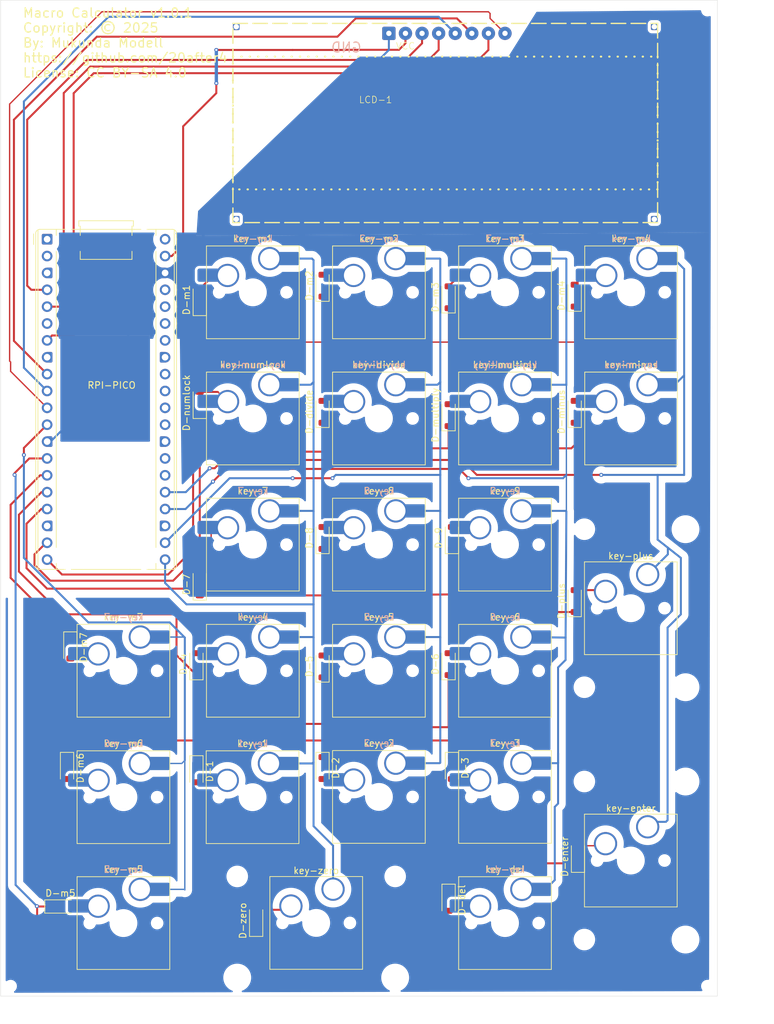
<source format=kicad_pcb>
(kicad_pcb (version 20241229) (generator "pcbnew") (generator_version "9.0")
  (layers (0 "F.Cu" signal) (2 "B.Cu" signal) (13 "F.Paste" user) (15 "B.Paste" user) (5 "F.SilkS" user "F.Silkscreen") (7 "B.SilkS" user "B.Silkscreen") (1 "F.Mask" user) (3 "B.Mask" user) (25 "Edge.Cuts" user))
  (net 0 "")
  (net 1 "gnd")
  (net 2 "vcc")
  (net 3 "col-1")
  (net 4 "row-1")
  (net 5 "row-2")
  (net 6 "row-3")
  (net 7 "row-4")
  (net 8 "row-5")
  (net 9 "row-6")
  (net 10 "col-2")
  (net 11 "col-3")
  (net 12 "col-4")
  (net 13 "col-0")
  (net 14 "Net-(D-1-A)")
  (net 15 "Net-(D-2-A)")
  (net 16 "Net-(D-3-A)")
  (net 17 "Net-(D-4-A)")
  (net 18 "Net-(D-5-A)")
  (net 19 "key-numlock")
  (net 20 "key-divide")
  (net 21 "key-multiply")
  (net 22 "key-minus")
  (net 23 "key-plus")
  (net 24 "key-enter")
  (net 25 "Net-(D-6-A)")
  (net 26 "Net-(D-7-A)")
  (net 27 "Net-(D-8-A)")
  (net 28 "Net-(D-9-A)")
  (net 29 "Net-(D-m1-A)")
  (net 30 "key-zero")
  (net 31 "key-del")
  (net 32 "Net-(D-m2-A)")
  (net 33 "Net-(D-m3-A)")
  (net 34 "SPI-CLK")
  (net 35 "SPI-DATA")
  (net 36 "LCD-CS")
  (net 37 "Net-(D-m4-A)")
  (net 38 "Net-(D-m5-A)")
  (net 39 "Net-(D-m6-A)")
  (net 40 "Net-(D-m7-A)")
  (net 41 "LCD-DC")
  (net 42 "LCD-RESET")
  (net 43 "LCD-BACKLIGHT")
  (footprint "my footprints:SW_Cherry_MX_1.00u_PCB_HOTSWAP" (layer "F.Cu") (at 62.04 72.92)
    (property "Reference" "key-numlock" (hide yes))
    (property "Value" "SW_Cherry_MX_1.00u_PCB_HOTSWAP" (hide yes))
  )
  (footprint "my footprints:SW_Cherry_MX_1.00u_PCB_HOTSWAP" (layer "F.Cu") (at 62.04 91.92)
    (property "Reference" "key-7" (hide yes))
    (property "Value" "SW_Cherry_MX_1.00u_PCB_HOTSWAP" (hide yes))
  )
  (footprint "" (layer "F.Cu") (at 23 16.5)
    (property "Reference" "")
    (property "Value" "")
  )
  (footprint "my footprints:SW_Cherry_MX_1.00u_PCB_HOTSWAP" (layer "F.Cu") (at 62 129.96)
    (property "Reference" "key-1" (hide yes))
    (property "Value" "SW_Cherry_MX_1.00u_PCB_HOTSWAP" (hide yes))
  )
  (footprint "Diode_SMD:D_SOD-123" (layer "F.Cu") (at 51.5 60.15 90)
    (property "Reference" "D-m1")
    (property "Value" "D_SOD-123")
  )
  (footprint "my footprints:SW_Cherry_MX_1.00u_PCB_HOTSWAP" (layer "F.Cu") (at 100.04 129.92)
    (property "Reference" "key-3" (hide yes))
    (property "Value" "SW_Cherry_MX_1.00u_PCB_HOTSWAP" (hide yes))
  )
  (footprint "Diode_SMD:D_SOD-123" (layer "F.Cu") (at 70 58 90)
    (property "Reference" "D-m2")
    (property "Value" "D_SOD-123")
  )
  (footprint "" (layer "F.Cu") (at 23 163.5)
    (property "Reference" "")
    (property "Value" "")
  )
  (footprint "Diode_SMD:D_SOD-123" (layer "F.Cu") (at 32 112.5 -90)
    (property "Reference" "D-m7")
    (property "Value" "D_SOD-123")
  )
  (footprint "Diode_SMD:D_SOD-123" (layer "F.Cu") (at 108.5 144 90)
    (property "Reference" "D-enter")
    (property "Value" "D_SOD-123")
  )
  (footprint "my footprints:SW_Cherry_MX_1.00u_PCB_HOTSWAP" (layer "F.Cu") (at 42.54 110.92)
    (property "Reference" "key-m7" (hide yes))
    (property "Value" "SW_Cherry_MX_1.00u_PCB_HOTSWAP" (hide yes))
  )
  (footprint "" (layer "F.Cu") (at 128 16.5)
    (property "Reference" "")
    (property "Value" "")
  )
  (footprint "Diode_SMD:D_SOD-123" (layer "F.Cu") (at 31.5 130.65 -90)
    (property "Reference" "D-m6")
    (property "Value" "D_SOD-123")
  )
  (footprint "Diode_SMD:D_SOD-123" (layer "F.Cu") (at 70 77 90)
    (property "Reference" "D-divide")
    (property "Value" "D_SOD-123")
  )
  (footprint "my footprints:SW_Cherry_MX_1.00u_PCB_HOTSWAP" (layer "F.Cu") (at 81.04 110.92)
    (property "Reference" "key-5" (hide yes))
    (property "Value" "SW_Cherry_MX_1.00u_PCB_HOTSWAP" (hide yes))
  )
  (footprint "Diode_SMD:D_SOD-123" (layer "F.Cu") (at 30.5 151.5)
    (property "Reference" "D-m5")
    (property "Value" "D_SOD-123")
  )
  (footprint "Diode_SMD:D_SOD-123" (layer "F.Cu") (at 108 59.5 90)
    (property "Reference" "D-m4")
    (property "Value" "D_SOD-123")
  )
  (footprint "Diode_SMD:D_SOD-123" (layer "F.Cu") (at 51.5 103 90)
    (property "Reference" "D-7")
    (property "Value" "D_SOD-123")
  )
  (footprint "" (layer "F.Cu") (at 128 163.5)
    (property "Reference" "")
    (property "Value" "")
  )
  (footprint "my footprints:SW_Cherry_MX_1.00u_PCB_HOTSWAP" (layer "F.Cu") (at 81.04 91.92)
    (property "Reference" "key-8" (hide yes))
    (property "Value" "SW_Cherry_MX_1.00u_PCB_HOTSWAP" (hide yes))
  )
  (footprint "Diode_SMD:D_SOD-123" (layer "F.Cu") (at 89 59.75 90)
    (property "Reference" "D-m3")
    (property "Value" "D_SOD-123")
  )
  (footprint "Diode_SMD:D_SOD-123" (layer "F.Cu") (at 89 77.5 90)
    (property "Reference" "D-multiply")
    (property "Value" "D_SOD-123")
  )
  (footprint "my footprints:SW_Cherry_MX_1.00u_PCB_HOTSWAP" (layer "F.Cu") (at 119.04 72.92)
    (property "Reference" "key-minus" (hide yes))
    (property "Value" "SW_Cherry_MX_1.00u_PCB_HOTSWAP" (hide yes))
  )
  (footprint "Diode_SMD:D_SOD-123" (layer "F.Cu") (at 89.5 130.65 -90)
    (property "Reference" "D-3")
    (property "Value" "D_SOD-123")
  )
  (footprint "Diode_SMD:D_SOD-123" (layer "F.Cu") (at 89 115 90)
    (property "Reference" "D-6")
    (property "Value" "D_SOD-123")
  )
  (footprint "my footprints:SW_Cherry_MX_1.00u_PCB_HOTSWAP" (layer "F.Cu") (at 81.04 53.92)
    (property "Reference" "key-m2" (hide yes))
    (property "Value" "SW_Cherry_MX_1.00u_PCB_HOTSWAP" (hide yes))
  )
  (footprint "my footprints:SW_Cherry_MX_1.00u_PCB_HOTSWAP" (layer "F.Cu") (at 119.04 53.92)
    (property "Reference" "key-m4" (hide yes))
    (property "Value" "SW_Cherry_MX_1.00u_PCB_HOTSWAP" (hide yes))
  )
  (footprint "Button_Switch_Keyboard:SW_Cherry_MX_2.00u_Vertical_PCB" (layer "F.Cu") (at 119 139.5)
    (property "Reference" "key-enter")
    (property "Value" "SW_Cherry_MX_2.00u_Vertical_PCB" (hide yes))
  )
  (footprint "Diode_SMD:D_SOD-123" (layer "F.Cu") (at 108 105.5 90)
    (property "Reference" "D-plus")
    (property "Value" "D_SOD-123")
  )
  (footprint "Diode_SMD:D_SOD-123" (layer "F.Cu") (at 70 96 90)
    (property "Reference" "D-8")
    (property "Value" "D_SOD-123")
  )
  (footprint "Diode_SMD:D_SOD-123" (layer "F.Cu") (at 51 131.15 -90)
    (property "Reference" "D-1")
    (property "Value" "D_SOD-123")
  )
  (footprint "Button_Switch_Keyboard:SW_Cherry_MX_2.00u_Vertical_PCB" (layer "F.Cu") (at 119 101.5)
    (property "Reference" "key-plus")
    (property "Value" "SW_Cherry_MX_2.00u_Vertical_PCB" (hide yes))
  )
  (footprint "Diode_SMD:D_SOD-123" (layer "F.Cu") (at 89.5 96 90)
    (property "Reference" "D-9")
    (property "Value" "D_SOD-123")
  )
  (footprint "my footprints:SW_Cherry_MX_1.00u_PCB_HOTSWAP" (layer "F.Cu") (at 100.04 110.92)
    (property "Reference" "key-6" (hide yes))
    (property "Value" "SW_Cherry_MX_1.00u_PCB_HOTSWAP" (hide yes))
  )
  (footprint "my footprints:SW_Cherry_MX_1.00u_PCB_HOTSWAP" (layer "F.Cu") (at 100.04 72.92)
    (property "Reference" "key-multiply" (hide yes))
    (property "Value" "SW_Cherry_MX_1.00u_PCB_HOTSWAP" (hide yes))
  )
  (footprint "Module:RaspberryPi_Pico_Common_THT" (layer "F.Cu") (at 28.5 51)
    (property "Reference" "RPI-PICO")
    (property "Value" "RaspberryPi_Pico_Common_THT")
  )
  (footprint "my footprints:SW_Cherry_MX_1.00u_PCB_HOTSWAP" (layer "F.Cu") (at 62.04 110.92)
    (property "Reference" "key-4" (hide yes))
    (property "Value" "SW_Cherry_MX_1.00u_PCB_HOTSWAP" (hide yes))
  )
  (footprint "Button_Switch_Keyboard:SW_Cherry_MX_2.00u_PCB" (layer "F.Cu") (at 71.59 148.895)
    (property "Reference" "key-zero")
    (property "Value" "SW_Cherry_MX_2.00u_PCB" (hide yes))
  )
  (footprint "my footprints:SW_Cherry_MX_1.00u_PCB_HOTSWAP" (layer "F.Cu") (at 100.04 91.92)
    (property "Reference" "key-9" (hide yes))
    (property "Value" "SW_Cherry_MX_1.00u_PCB_HOTSWAP" (hide yes))
  )
  (footprint "Diode_SMD:D_SOD-123" (layer "F.Cu") (at 89 150.5 -90)
    (property "Reference" "D-del")
    (property "Value" "D_SOD-123")
  )
  (footprint "my footprints:SW_Cherry_MX_1.00u_PCB_HOTSWAP" (layer "F.Cu") (at 62.04 53.92)
    (property "Reference" "key-m1" (hide yes))
    (property "Value" "SW_Cherry_MX_1.00u_PCB_HOTSWAP" (hide yes))
  )
  (footprint "Diode_SMD:D_SOD-123" (layer "F.Cu") (at 51.5 75.65 90)
    (property "Reference" "D-numlock")
    (property "Value" "D_SOD-123")
  )
  (footprint "Diode_SMD:D_SOD-123" (layer "F.Cu") (at 70 130.65 -90)
    (property "Reference" "D-2")
    (property "Value" "D_SOD-123")
  )
  (footprint "my footprints:SW_Cherry_MX_1.00u_PCB_HOTSWAP" (layer "F.Cu") (at 100.04 53.92)
    (property "Reference" "key-m3" (hide yes))
    (property "Value" "SW_Cherry_MX_1.00u_PCB_HOTSWAP" (hide yes))
  )
  (footprint "Diode_SMD:D_SOD-123" (layer "F.Cu") (at 51 115 90)
    (property "Reference" "D-4")
    (property "Value" "D_SOD-123")
  )
  (footprint "my footprints:SW_Cherry_MX_1.00u_PCB_HOTSWAP" (layer "F.Cu") (at 81.04 72.92)
    (property "Reference" "key-divide" (hide yes))
    (property "Value" "SW_Cherry_MX_1.00u_PCB_HOTSWAP" (hide yes))
  )
  (footprint "my footprints:2.25in LCD DISPLAY 284x76" (layer "F.Cu") (at 56.5 18.5)
    (property "Reference" "LCD-1")
    (property "Value" "2.25in LCD")
  )
  (footprint "my footprints:SW_Cherry_MX_1.00u_PCB_HOTSWAP" (layer "F.Cu") (at 100.04 148.92)
    (property "Reference" "key-del" (hide yes))
    (property "Value" "SW_Cherry_MX_1.00u_PCB_HOTSWAP" (hide yes))
  )
  (footprint "Diode_SMD:D_SOD-123" (layer "F.Cu") (at 70 115.35 90)
    (property "Reference" "D-5")
    (property "Value" "D_SOD-123")
  )
  (footprint "my footprints:SW_Cherry_MX_1.00u_PCB_HOTSWAP" (layer "F.Cu") (at 81.04 129.92)
    (property "Reference" "key-2" (hide yes))
    (property "Value" "SW_Cherry_MX_1.00u_PCB_HOTSWAP" (hide yes))
  )
  (footprint "my footprints:SW_Cherry_MX_1.00u_PCB_HOTSWAP" (layer "F.Cu") (at 42.54 148.92)
    (property "Reference" "key-m5" (hide yes))
    (property "Value" "SW_Cherry_MX_1.00u_PCB_HOTSWAP" (hide yes))
  )
  (footprint "my footprints:SW_Cherry_MX_1.00u_PCB_HOTSWAP" (layer "F.Cu") (at 42.54 129.96)
    (property "Reference" "key-m6" (hide yes))
    (property "Value" "SW_Cherry_MX_1.00u_PCB_HOTSWAP" (hide yes))
  )
  (footprint "Diode_SMD:D_SOD-123" (layer "F.Cu") (at 108 77 90)
    (property "Reference" "D-minus")
    (property "Value" "D_SOD-123")
  )
  (footprint "Diode_SMD:D_SOD-123" (layer "F.Cu") (at 60 153.65 90)
    (property "Reference" "D-zero")
    (property "Value" "D_SOD-123")
  )
  (gr_rect (start 21.5 15) (end 129.5 165) (stroke (width 0.05)) (fill no) (layer "Edge.Cuts"))
  (gr_text "Macro Calculator v1.0.1\nCopyright: © 2025\nBy: Mukunda Modell\nhttps://github.com/20after4\nLicense: CC BY-SA 4.0\n" (at 24.75 26.75 0) (layer "F.SilkS") (effects (font (size 1.4 1.4) (thickness 0.1875)) (justify left bottom)))
  (segment (start 46.28 56.08) (end 46.42 56.08) (width 0.3) (layer "B.Cu") (net 1))
  (segment (start 46.42 56.08) (end 80 22.5) (width 0.3) (layer "B.Cu") (net 1))
  (segment (start 40.75 69.75) (end 40.75 61.25) (width 0.3) (layer "B.Cu") (net 1))
  (segment (start 45.92 56.08) (end 46.28 56.08) (width 0.3) (layer "B.Cu") (net 1))
  (segment (start 80 22.5) (end 80 20) (width 0.3) (layer "B.Cu") (net 1))
  (segment (start 29.02 81.48) (end 40.75 69.75) (width 0.3) (layer "B.Cu") (net 1))
  (segment (start 28.5 81.48) (end 29.02 81.48) (width 0.3) (layer "B.Cu") (net 1))
  (segment (start 40.75 61.25) (end 45.92 56.08) (width 0.3) (layer "B.Cu") (net 1))
  (segment (start 81.525278 22.474722) (end 82.5 21.5) (width 0.3) (layer "F.Cu") (net 2))
  (segment (start 73.525278 22.474722) (end 81.525278 22.474722) (width 0.3) (layer "F.Cu") (net 2))
  (segment (start 47.28 53.54) (end 46.28 53.54) (width 0.3) (layer "F.Cu") (net 2))
  (segment (start 54 22.5) (end 65.5 22.5) (width 0.3) (layer "F.Cu") (net 2))
  (segment (start 49 34) (end 49 51.82) (width 0.3) (layer "F.Cu") (net 2))
  (segment (start 54 29) (end 49 34) (width 0.3) (layer "F.Cu") (net 2))
  (segment (start 82.5 21.5) (end 82.5 20) (width 0.3) (layer "F.Cu") (net 2))
  (segment (start 49 51.82) (end 47.28 53.54) (width 0.3) (layer "F.Cu") (net 2))
  (segment (start 54 27.5) (end 54 29) (width 0.3) (layer "F.Cu") (net 2))
  (segment (start 65.5 22.5) (end 73.5 22.5) (width 0.3) (layer "F.Cu") (net 2))
  (via (at 54 22.5) (size 0.6) (drill 0.3) (layers "F.Cu" "B.Cu") (net 2))
  (via (at 54 27.5) (size 0.6) (drill 0.3) (layers "F.Cu" "B.Cu") (net 2))
  (segment (start 54 22.5) (end 54 27.5) (width 0.5) (layer "B.Cu") (net 2))
  (segment (start 46.28 102.78) (end 49.5 106) (width 0.3) (layer "B.Cu") (net 3))
  (segment (start 68.23 72.92) (end 68.65 72.5) (width 0.3) (layer "B.Cu") (net 3))
  (segment (start 62.04 110.92) (end 68.57 110.92) (width 0.3) (layer "B.Cu") (net 3))
  (segment (start 68.65 72.5) (end 68.65 54.16) (width 0.3) (layer "B.Cu") (net 3))
  (segment (start 68.65 111) (end 68.65 106) (width 0.3) (layer "B.Cu") (net 3))
  (segment (start 71.59 148.895) (end 71.59 142.34) (width 0.3) (layer "B.Cu") (net 3))
  (segment (start 71.59 142.34) (end 68.65 139.4) (width 0.3) (layer "B.Cu") (net 3))
  (segment (start 62 129.96) (end 68.45 129.96) (width 0.3) (layer "B.Cu") (net 3))
  (segment (start 46.28 99.26) (end 46.28 102.78) (width 0.3) (layer "B.Cu") (net 3))
  (segment (start 68.65 54.16) (end 68.41 53.92) (width 0.3) (layer "B.Cu") (net 3))
  (segment (start 68.65 129.76) (end 68.65 111) (width 0.3) (layer "B.Cu") (net 3))
  (segment (start 68.65 139.4) (end 68.65 129.76) (width 0.3) (layer "B.Cu") (net 3))
  (segment (start 68.57 110.92) (end 68.65 111) (width 0.3) (layer "B.Cu") (net 3))
  (segment (start 62.04 91.92) (end 68.57 91.92) (width 0.3) (layer "B.Cu") (net 3))
  (segment (start 62.04 72.92) (end 68.23 72.92) (width 0.3) (layer "B.Cu") (net 3))
  (segment (start 49.5 106) (end 68.65 106) (width 0.3) (layer "B.Cu") (net 3))
  (segment (start 68.65 106) (end 68.65 92) (width 0.3) (layer "B.Cu") (net 3))
  (segment (start 68.41 53.92) (end 62.04 53.92) (width 0.3) (layer "B.Cu") (net 3))
  (segment (start 68.57 91.92) (end 68.65 92) (width 0.3) (layer "B.Cu") (net 3))
  (segment (start 68.65 92) (end 68.65 72.5) (width 0.3) (layer "B.Cu") (net 3))
  (segment (start 68.45 129.96) (end 68.65 129.76) (width 0.3) (layer "B.Cu") (net 3))
  (segment (start 89.5 145) (end 89 145.5) (width 0.3) (layer "F.Cu") (net 4))
  (segment (start 89 145.5) (end 89 148.85) (width 0.3) (layer "F.Cu") (net 4))
  (segment (start 52.5 161.5) (end 27 161.5) (width 0.3) (layer "F.Cu") (net 4))
  (segment (start 23.6 86.236593) (end 25.816593 84.02) (width 0.3) (layer "F.Cu") (net 4))
  (segment (start 60 159) (end 54 159) (width 0.3) (layer "F.Cu") (net 4))
  (segment (start 60 159) (end 60 155.3) (width 0.3) (layer "F.Cu") (net 4))
  (segment (start 25.816593 84.02) (end 28.5 84.02) (width 0.3) (layer "F.Cu") (net 4))
  (segment (start 27 161.5) (end 27 151.5) (width 0.3) (layer "F.Cu") (net 4))
  (segment (start 108.5 145.65) (end 107.85 145) (width 0.3) (layer "F.Cu") (net 4))
  (segment (start 28.85 151.5) (end 27 151.5) (width 0.3) (layer "F.Cu") (net 4))
  (segment (start 27 151.5) (end 26.96 151.46) (width 0.2) (layer "F.Cu") (net 4))
  (segment (start 23.6 86.5) (end 23.6 86.236593) (width 0.3) (layer "F.Cu") (net 4))
  (segment (start 54 159) (end 52.5 161.5) (width 0.3) (layer "F.Cu") (net 4))
  (segment (start 85.65 148.85) (end 78.5 152.978827) (width 0.3) (layer "F.Cu") (net 4))
  (segment (start 23.6 86.5) (end 23.6 86.4) (width 0.2) (layer "F.Cu") (net 4))
  (segment (start 89 148.85) (end 85.65 148.85) (width 0.3) (layer "F.Cu") (net 4))
  (segment (start 76 162.5) (end 61.5 162.5) (width 0.3) (layer "F.Cu") (net 4))
  (segment (start 60 161) (end 60 159) (width 0.3) (layer "F.Cu") (net 4))
  (segment (start 107.85 145) (end 89.5 145) (width 0.3) (layer "F.Cu") (net 4))
  (segment (start 61.5 162.5) (end 60 161) (width 0.3) (layer "F.Cu") (net 4))
  (segment (start 78.5 160) (end 76 162.5) (width 0.3) (layer "F.Cu") (net 4))
  (segment (start 78.5 152.978827) (end 78.5 160) (width 0.3) (layer "F.Cu") (net 4))
  (via (at 26.96 151.46) (size 0.6) (drill 0.3) (layers "F.Cu" "B.Cu") (net 4))
  (via (at 23.6 86.5) (size 0.6) (drill 0.3) (layers "F.Cu" "B.Cu") (net 4))
  (segment (start 23.75 148.25) (end 26.96 151.46) (width 0.3) (layer "B.Cu") (net 4))
  (segment (start 23.6 86.5) (end 23.75 86.65) (width 0.3) (layer "B.Cu") (net 4))
  (segment (start 23.75 86.65) (end 23.75 148.25) (width 0.3) (layer "B.Cu") (net 4))
  (segment (start 28.5 86.56) (end 27.44 86.56) (width 0.3) (layer "F.Cu") (net 5))
  (segment (start 51 126.5) (end 31.5 126.5) (width 0.3) (layer "F.Cu") (net 5))
  (segment (start 70 129) (end 70 126.5) (width 0.3) (layer "F.Cu") (net 5))
  (segment (start 23 102) (end 26.75 105.75) (width 0.3) (layer "F.Cu") (net 5))
  (segment (start 89.5 126.5) (end 70 126.5) (width 0.3) (layer "F.Cu") (net 5))
  (segment (start 26.75 105.75) (end 26.75 121.75) (width 0.3) (layer "F.Cu") (net 5))
  (segment (start 89.5 129) (end 89.5 126.5) (width 0.3) (layer "F.Cu") (net 5))
  (segment (start 51 129.5) (end 51 126.5) (width 0.3) (layer "F.Cu") (net 5))
  (segment (start 27.44 86.56) (end 23 91) (width 0.3) (layer "F.Cu") (net 5))
  (segment (start 70 126.5) (end 51 126.5) (width 0.3) (layer "F.Cu") (net 5))
  (segment (start 26.75 121.75) (end 31.5 126.5) (width 0.3) (layer "F.Cu") (net 5))
  (segment (start 31.5 126.5) (end 31.5 129) (width 0.3) (layer "F.Cu") (net 5))
  (segment (start 23 91) (end 23 102) (width 0.3) (layer "F.Cu") (net 5))
  (segment (start 27.65 89.1) (end 24.25 92.5) (width 0.3) (layer "F.Cu") (net 6))
  (segment (start 51 123) (end 51 116.65) (width 0.3) (layer "F.Cu") (net 6))
  (segment (start 70 124) (end 52 124) (width 0.3) (layer "F.Cu") (net 6))
  (segment (start 48 113.65) (end 48 107.5) (width 0.3) (layer "F.Cu") (net 6))
  (segment (start 24.25 101.052998) (end 30.598501 107.401499) (width 0.3) (layer "F.Cu") (net 6))
  (segment (start 48 107.5) (end 30.697002 107.5) (width 0.3) (layer "F.Cu") (net 6))
  (segment (start 89 116.65) (end 89 124.5) (width 0.3) (layer "F.Cu") (net 6))
  (segment (start 30.598501 107.401499) (end 32 108.802998) (width 0.3) (layer "F.Cu") (net 6))
  (segment (start 32 108.802998) (end 32 110.85) (width 0.3) (layer "F.Cu") (net 6))
  (segment (start 89 124.5) (end 70.5 124.5) (width 0.3) (layer "F.Cu") (net 6))
  (segment (start 24.25 92.5) (end 24.25 101.052998) (width 0.3) (layer "F.Cu") (net 6))
  (segment (start 28.35158 89.1) (end 27.65 89.1) (width 0.3) (layer "F.Cu") (net 6))
  (segment (start 51 116.65) (end 48 113.65) (width 0.3) (layer "F.Cu") (net 6))
  (segment (start 52 124) (end 51 123) (width 0.3) (layer "F.Cu") (net 6))
  (segment (start 30.697002 107.5) (end 30.598501 107.401499) (width 0.3) (layer "F.Cu") (net 6))
  (segment (start 70 117) (end 70 124) (width 0.3) (layer "F.Cu") (net 6))
  (segment (start 70.5 124.5) (end 70 124) (width 0.3) (layer "F.Cu") (net 6))
  (segment (start 27.61 91.64) (end 25.398001 93.851999) (width 0.3) (layer "F.Cu") (net 7))
  (segment (start 25.398001 100.544891) (end 28.486109 103.632999) (width 0.3) (layer "F.Cu") (net 7))
  (segment (start 92.65 107.15) (end 89.5 104.5) (width 0.3) (layer "F.Cu") (net 7))
  (segment (start 89.5 104.5) (end 89.5 97.65) (width 0.3) (layer "F.Cu") (net 7))
  (segment (start 49.542185 103.632999) (end 50.559186 104.65) (width 0.3) (layer "F.Cu") (net 7))
  (segment (start 28.486109 103.632999) (end 49.542185 103.632999) (width 0.3) (layer "F.Cu") (net 7))
  (segment (start 25.398001 93.851999) (end 25.398001 100.544891) (width 0.3) (layer "F.Cu") (net 7))
  (segment (start 70 97.65) (end 70 104.65) (width 0.3) (layer "F.Cu") (net 7))
  (segment (start 108 107.15) (end 92.65 107.15) (width 0.3) (layer "F.Cu") (net 7))
  (segment (start 50.559186 104.65) (end 70 104.65) (width 0.3) (layer "F.Cu") (net 7))
  (segment (start 28.344508 91.64) (end 27.61 91.64) (width 0.3) (layer "F.Cu") (net 7))
  (segment (start 89.5 104.5) (end 70 104.65) (width 0.3) (layer "F.Cu") (net 7))
  (segment (start 47.494891 102.431999) (end 51.5 98.42689) (width 0.3) (layer "F.Cu") (net 8))
  (segment (start 70 83) (end 51.5 83) (width 0.3) (layer "F.Cu") (net 8))
  (segment (start 108 82) (end 107.5 82.5) (width 0.3) (layer "F.Cu") (net 8))
  (segment (start 70.5 82.5) (end 70 83) (width 0.3) (layer "F.Cu") (net 8))
  (segment (start 28.35158 96.72) (end 26.599 98.47258) (width 0.3) (layer "F.Cu") (net 8))
  (segment (start 108 78.65) (end 108 82) (width 0.3) (layer "F.Cu") (net 8))
  (segment (start 28.983579 102.431999) (end 47.494891 102.431999) (width 0.3) (layer "F.Cu") (net 8))
  (segment (start 51.5 98.42689) (end 51.5 83) (width 0.3) (layer "F.Cu") (net 8))
  (segment (start 89 79.15) (end 89 82.5) (width 0.3) (layer "F.Cu") (net 8))
  (segment (start 70 78.65) (end 70 83) (width 0.3) (layer "F.Cu") (net 8))
  (segment (start 89 82.5) (end 70.5 82.5) (width 0.3) (layer "F.Cu") (net 8))
  (segment (start 51.5 83) (end 51.5 77.3) (width 0.3) (layer "F.Cu") (net 8))
  (segment (start 107.5 82.5) (end 89 82.5) (width 0.3) (layer "F.Cu") (net 8))
  (segment (start 26.599 100.04742) (end 28.983579 102.431999) (width 0.3) (layer "F.Cu") (net 8))
  (segment (start 26.599 98.47258) (end 26.599 100.04742) (width 0.3) (layer "F.Cu") (net 8))
  (segment (start 89 66.5) (end 70 66.5) (width 0.2) (layer "F.Cu") (net 9))
  (segment (start 30.74 101.5) (end 46.72842 101.5) (width 0.3) (layer "F.Cu") (net 9))
  (segment (start 28.5 99.26) (end 30.74 101.5) (width 0.3) (layer "F.Cu") (net 9))
  (segment (start 50.5 97.72842) (end 50.5 78.709636) (width 0.3) (layer "F.Cu") (net 9))
  (segment (start 89 61.4) (end 89 66.5) (width 0.2) (layer "F.Cu") (net 9))
  (segment (start 108 61.15) (end 108 66.5) (width 0.2) (layer "F.Cu") (net 9))
  (segment (start 108 66.5) (end 89 66.5) (width 0.2) (layer "F.Cu") (net 9))
  (segment (start 70 59.65) (end 70 66.5) (width 0.2) (layer "F.Cu") (net 9))
  (segment (start 46.72842 101.5) (end 50.5 97.72842) (width 0.3) (layer "F.Cu") (net 9))
  (segment (start 50.5 78.709636) (end 50 78.209636) (width 0.3) (layer "F.Cu") (net 9))
  (segment (start 70 66.5) (end 51.5 66.5) (width 0.2) (layer "F.Cu") (net 9))
  (segment (start 50 78.209636) (end 50 68) (width 0.3) (layer "F.Cu") (net 9))
  (segment (start 51.5 66.5) (end 51.5 61.8) (width 0.2) (layer "F.Cu") (net 9))
  (segment (start 50 68) (end 51.5 66.5) (width 0.3) (layer "F.Cu") (net 9))
  (segment (start 65.5 87) (end 71.5 87) (width 0.3) (layer "F.Cu") (net 10))
  (via (at 65.5 87) (size 0.6) (drill 0.3) (layers "F.Cu" "B.Cu") (net 10))
  (via (at 71.5 87) (size 0.6) (drill 0.3) (layers "F.Cu" "B.Cu") (net 10))
  (segment (start 81.04 110.92) (end 87.67 110.92) (width 0.3) (layer "B.Cu") (net 10))
  (segment (start 71.5 87) (end 72 86.5) (width 0.3) (layer "B.Cu") (net 10))
  (segment (start 87.75 86.5) (end 87.75 92) (width 0.3) (layer "B.Cu") (net 10))
  (segment (start 81.04 129.92) (end 87.67 129.92) (width 0.3) (layer "B.Cu") (net 10))
  (segment (start 56 87) (end 65.5 87) (width 0.3) (layer "B.Cu") (net 10))
  (segment (start 72 86.5) (end 87.75 86.5) (width 0.3) (layer "B.Cu") (net 10))
  (segment (start 87.75 111) (end 87.75 129.84) (width 0.3) (layer "B.Cu") (net 10))
  (segment (start 87.67 110.92) (end 87.75 111) (width 0.2) (layer "B.Cu") (net 10))
  (segment (start 87.75 92) (end 87.75 111) (width 0.3) (layer "B.Cu") (net 10))
  (segment (start 87.67 91.92) (end 87.75 92) (width 0.2) (layer "B.Cu") (net 10))
  (segment (start 87.75 129.84) (end 87.67 129.92) (width 0.2) (layer "B.Cu") (net 10))
  (segment (start 87.67 53.92) (end 87.75 54) (width 0.3) (layer "B.Cu") (net 10))
  (segment (start 46.28 96.72) (end 56 87) (width 0.3) (layer "B.Cu") (net 10))
  (segment (start 81.04 53.92) (end 87.67 53.92) (width 0.3) (layer "B.Cu") (net 10))
  (segment (start 81.04 72.92) (end 87.33 72.92) (width 0.3) (layer "B.Cu") (net 10))
  (segment (start 81.04 91.92) (end 87.67 91.92) (width 0.3) (layer "B.Cu") (net 10))
  (segment (start 87.75 54) (end 87.75 72.5) (width 0.3) (layer "B.Cu") (net 10))
  (segment (start 87.33 72.92) (end 87.75 72.5) (width 0.3) (layer "B.Cu") (net 10))
  (segment (start 87.75 72.5) (end 87.75 86.5) (width 0.3) (layer "B.Cu") (net 10))
  (segment (start 55.401 85.599) (end 90.599 85.599) (width 0.3) (layer "F.Cu") (net 11))
  (segment (start 90.599 85.599) (end 92 87) (width 0.3) (layer "F.Cu") (net 11))
  (segment (start 53.5 87.5) (end 55.401 85.599) (width 0.3) (layer "F.Cu") (net 11))
  (via (at 53.5 87.5) (size 0.6) (drill 0.3) (layers "F.Cu" "B.Cu") (net 11))
  (via (at 92 87) (size 0.6) (drill 0.3) (layers "F.Cu" "B.Cu") (net 11))
  (segment (start 106.67 72.92) (end 106.75 73) (width 0.2) (layer "B.Cu") (net 11))
  (segment (start 53.5 87.765) (end 53.5 87.5) (width 0.2) (layer "B.Cu") (net 11))
  (segment (start 106.25 87) (end 106.75 86.5) (width 0.3) (layer "B.Cu") (net 11))
  (segment (start 105.5 115.5) (end 106.62919 114.37081) (width 0.3) (layer "B.Cu") (net 11))
  (segment (start 103.598004 148.92) (end 105 147.518004) (width 0.3) (layer "B.Cu") (net 11))
  (segment (start 106.62919 114.37081) (end 106.62919 110.92) (width 0.3) (layer "B.Cu") (net 11))
  (segment (start 105 136.5) (end 105.5 136) (width 0.3) (layer "B.Cu") (net 11))
  (segment (start 100.04 91.92) (end 106.67 91.92) (width 0.3) (layer "B.Cu") (net 11))
  (segment (start 100.04 148.92) (end 103.598004 148.92) (width 0.3) (layer "B.Cu") (net 11))
  (segment (start 106.75 73) (end 106.75 86.5) (width 0.2) (layer "B.Cu") (net 11))
  (segment (start 46.28 91.64) (end 49.36 91.64) (width 0.3) (layer "B.Cu") (net 11))
  (segment (start 92 87) (end 106.25 87) (width 0.3) (layer "B.Cu") (net 11))
  (segment (start 105 147.518004) (end 105 136.5) (width 0.3) (layer "B.Cu") (net 11))
  (segment (start 106.67 91.92) (end 106.75 92) (width 0.2) (layer "B.Cu") (net 11))
  (segment (start 105.5 136) (end 105.5 128.5) (width 0.3) (layer "B.Cu") (net 11))
  (segment (start 106.75 54) (end 106.75 73) (width 0.3) (layer "B.Cu") (net 11))
  (segment (start 100.04 53.92) (end 106.67 53.92) (width 0.3) (layer "B.Cu") (net 11))
  (segment (start 106.75 92) (end 106.629697 111) (width 0.3) (layer "B.Cu") (net 11))
  (segment (start 105.5 128.5) (end 105.5 115.5) (width 0.3) (layer "B.Cu") (net 11))
  (segment (start 49.36 91.64) (end 53.5 87.5) (width 0.3) (layer "B.Cu") (net 11))
  (segment (start 105.5 129.92) (end 105.5 128.5) (width 0.3) (layer "B.Cu") (net 11))
  (segment (start 106.629697 111) (end 100.04 110.92) (width 0.3) (layer "B.Cu") (net 11))
  (segment (start 106.67 53.92) (end 106.75 54) (width 0.3) (layer "B.Cu") (net 11))
  (segment (start 100.04 129.92) (end 105.5 129.92) (width 0.3) (layer "B.Cu") (net 11))
  (segment (start 100.04 72.92) (end 106.67 72.92) (width 0.3) (layer "B.Cu") (net 11))
  (segment (start 106.75 86.5) (end 106.75 92) (width 0.2) (layer "B.Cu") (net 11))
  (segment (start 53 85.5) (end 53.75 85.5) (width 0.3) (layer "F.Cu") (net 12))
  (segment (start 55 84.25) (end 91 84.25) (width 0.3) (layer "F.Cu") (net 12))
  (segment (start 93.25 86.5) (end 112 86.5) (width 0.3) (layer "F.Cu") (net 12))
  (segment (start 91 84.25) (end 93.25 86.5) (width 0.3) (layer "F.Cu") (net 12))
  (segment (start 53.75 85.5) (end 55 84.25) (width 0.3) (layer "F.Cu") (net 12))
  (via (at 53 85.5) (size 0.6) (drill 0.3) (layers "F.Cu" "B.Cu") (net 12))
  (via (at 112 86.5) (size 0.6) (drill 0.3) (layers "F.Cu" "B.Cu") (net 12))
  (segment (start 119 138.75) (end 121.75 138.75) (width 0.3) (layer "B.Cu") (net 12))
  (segment (start 120.5 86.5) (end 124.5 86.5) (width 0.3) (layer "B.Cu") (net 12))
  (segment (start 124 99) (end 122.04 97.46) (width 0.3) (layer "B.Cu") (net 12))
  (segment (start 124.5 86.5) (end 124.5 71.5) (width 0.3) (layer "B.Cu") (net 12))
  (segment (start 122.92 53.92) (end 124.5 55.5) (width 0.3) (layer "B.Cu") (net 12))
  (segment (start 119 101.5) (end 122.04 98.46) (width 0.3) (layer "B.Cu") (net 12))
  (segment (start 53 85.5) (end 49.4 89.1) (width 0.3) (layer "B.Cu") (net 12))
  (segment (start 119.04 53.92) (end 122.92 53.92) (width 0.2) (layer "B.Cu") (net 12))
  (segment (start 122 109.5) (end 124 107.5) (width 0.3) (layer "B.Cu") (net 12))
  (segment (start 122 138.5) (end 122 109.5) (width 0.3) (layer "B.Cu") (net 12))
  (segment (start 124.5 71.5) (end 124.5 55.5) (width 0.3) (layer "B.Cu") (net 12))
  (segment (start 120.5 86.5) (end 112 86.5) (width 0.3) (layer "B.Cu") (net 12))
  (segment (start 124.5 71.5) (end 123 73) (width 0.3) (layer "B.Cu") (net 12))
  (segment (start 49.4 89.1) (end 46.28 89.1) (width 0.3) (layer "B.Cu") (net 12))
  (segment (start 123 73) (end 119.12 73) (width 0.2) (layer "B.Cu") (net 12))
  (segment (start 122.04 98.46) (end 122.04 97.46) (width 0.3) (layer "B.Cu") (net 12))
  (segment (start 124 107.5) (end 124 99) (width 0.3) (layer "B.Cu") (net 12))
  (segment (start 119.12 73) (end 119.04 72.92) (width 0.2) (layer "B.Cu") (net 12))
  (segment (start 122.04 97.46) (end 120.5 96.25) (width 0.3) (layer "B.Cu") (net 12))
  (segment (start 120.5 96.25) (end 120.5 86.5) (width 0.3) (layer "B.Cu") (net 12))
  (segment (start 121.75 138.75) (end 122 138.5) (width 0.3) (layer "B.Cu") (net 12))
  (segment (start 25 82.44) (end 28.5 78.94) (width 0.3) (layer "F.Cu") (net 13))
  (segment (start 25 83.5) (end 25 82.44) (width 0.3) (layer "F.Cu") (net 13))
  (via (at 25 83.5) (size 0.6) (drill 0.3) (layers "F.Cu" "B.Cu") (net 13))
  (segment (start 49.25 149) (end 49.25 129.5) (width 0.2) (layer "B.Cu") (net 13))
  (segment (start 49.25 111) (end 46.969 108.719) (width 0.3) (layer "B.Cu") (net 13))
  (segment (start 42.54 110.92) (end 49.17 110.92) (width 0.2) (layer "B.Cu") (net 13))
  (segment (start 42.54 110.92) (end 43 110.46) (width 0.2) (layer "B.Cu") (net 13))
  (segment (start 46.969 108.719) (end 34.719 108.719) (width 0.3) (layer "B.Cu") (net 13))
  (segment (start 48.79 129.96) (end 49.25 129.5) (width 0.2) (layer "B.Cu") (net 13))
  (segment (start 49.17 110.92) (end 49.25 111) (width 0.2) (layer "B.Cu") (net 13))
  (segment (start 49.25 129.5) (end 49.25 111) (width 0.3) (layer "B.Cu") (net 13))
  (segment (start 49.17 148.92) (end 49.25 149) (width 0.2) (layer "B.Cu") (net 13))
  (segment (start 42.54 129.96) (end 48.79 129.96) (width 0.2) (layer "B.Cu") (net 13))
  (segment (start 34.719 108.719) (end 25 99) (width 0.3) (layer "B.Cu") (net 13))
  (segment (start 42.54 148.92) (end 49.17 148.92) (width 0.2) (layer "B.Cu") (net 13))
  (segment (start 25 99) (end 25 83.5) (width 0.3) (layer "B.Cu") (net 13))
  (segment (start 51 132.8) (end 55.35 132.8) (width 0.3) (layer "F.Cu") (net 14))
  (segment (start 53.5 132.46) (end 55.61 132.46) (width 0.2) (layer "B.Cu") (net 14))
  (segment (start 55.61 132.46) (end 55.65 132.5) (width 0.2) (layer "B.Cu") (net 14))
  (segment (start 70 132.3) (end 74.53 132.3) (width 0.3) (layer "F.Cu") (net 15))
  (segment (start 74.65 132.42) (end 74.69 132.46) (width 0.2) (layer "B.Cu") (net 15))
  (segment (start 72.54 132.42) (end 74.65 132.42) (width 0.2) (layer "B.Cu") (net 15))
  (segment (start 89.5 132.3) (end 93.53 132.3) (width 0.2) (layer "F.Cu") (net 16))
  (segment (start 51.76 113.46) (end 55.69 113.46) (width 0.3) (layer "F.Cu") (net 17))
  (segment (start 51 113.35) (end 51.65 113.35) (width 0.2) (layer "F.Cu") (net 17))
  (segment (start 51.65 113.35) (end 51.76 113.46) (width 0.2) (layer "F.Cu") (net 17))
  (segment (start 70 113.7) (end 74.45 113.7) (width 0.3) (layer "F.Cu") (net 18))
  (segment (start 51.5 74) (end 54.23 74) (width 0.3) (layer "F.Cu") (net 19))
  (segment (start 54.23 74) (end 55.69 75.46) (width 0.2) (layer "F.Cu") (net 19))
  (segment (start 74.69 75.46) (end 70.11 75.46) (width 0.3) (layer "F.Cu") (net 20))
  (segment (start 89 75.85) (end 93.3 75.85) (width 0.3) (layer "F.Cu") (net 21))
  (segment (start 108 75.35) (end 112.58 75.35) (width 0.3) (layer "F.Cu") (net 22))
  (segment (start 108 103.85) (end 112.46 103.85) (width 0.3) (layer "F.Cu") (net 23))
  (segment (start 108.5 142.35) (end 112.34 142.35) (width 0.2) (layer "F.Cu") (net 24))
  (segment (start 89 113.35) (end 93.58 113.35) (width 0.3) (layer "F.Cu") (net 25))
  (segment (start 51.5 101.35) (end 53.219 99.631) (width 0.2) (layer "F.Cu") (net 26))
  (segment (start 53.219 99.631) (end 53.219 95.201) (width 0.2) (layer "F.Cu") (net 26))
  (segment (start 53.96 94.46) (end 55.69 94.46) (width 0.2) (layer "F.Cu") (net 26))
  (segment (start 53.219 95.201) (end 53.96 94.46) (width 0.2) (layer "F.Cu") (net 26))
  (segment (start 70.96 94.46) (end 74.69 94.46) (width 0.3) (layer "F.Cu") (net 27))
  (segment (start 70.85 94.35) (end 70.96 94.46) (width 0.3) (layer "F.Cu") (net 27))
  (segment (start 70 94.35) (end 70.85 94.35) (width 0.3) (layer "F.Cu") (net 27))
  (segment (start 89.5 94.35) (end 93.58 94.35) (width 0.3) (layer "F.Cu") (net 28))
  (segment (start 53.54 56.46) (end 51.5 58.5) (width 0.3) (layer "F.Cu") (net 29))
  (segment (start 55.69 56.46) (end 53.54 56.46) (width 0.2) (layer "F.Cu") (net 29))
  (segment (start 60 152) (end 64.675 152) (width 0.3) (layer "F.Cu") (net 30))
  (segment (start 89.5 152) (end 90.04 151.46) (width 0.2) (layer "F.Cu") (net 31))
  (segment (start 90.04 151.46) (end 93.69 151.46) (width 0.2) (layer "F.Cu") (net 31))
  (segment (start 70 56.35) (end 74.58 56.35) (width 0.3) (layer "F.Cu") (net 32))
  (segment (start 90.64 56.46) (end 93.69 56.46) (width 0.3) (layer "F.Cu") (net 33))
  (segment (start 89 58.1) (end 90.64 56.46) (width 0.3) (layer "F.Cu") (net 33))
  (segment (start 26.12 58.62) (end 25.5 58) (width 0.3) (layer "F.Cu") (net 34))
  (segment (start 85 21.5) (end 85 20) (width 0.3) (layer "F.Cu") (net 34))
  (segment (start 25.5 58) (end 25.5 33) (width 0.3) (layer "F.Cu") (net 34))
  (segment (start 25.5 33) (end 34.5 24) (width 0.3) (layer "F.Cu") (net 34))
  (segment (start 82.5 24) (end 85 21.5) (width 0.3) (layer "F.Cu") (net 34))
  (segment (start 28.5 58.62) (end 26.12 58.62) (width 0.3) (layer "F.Cu") (net 34))
  (segment (start 34.5 24) (end 82.5 24) (width 0.3) (layer "F.Cu") (net 34))
  (segment (start 87.5 22.5) (end 87.5 20) (width 0.3) (layer "F.Cu") (net 35))
  (segment (start 30.34 61.16) (end 31 60.5) (width 0.3) (layer "F.Cu") (net 35))
  (segment (start 31 60.5) (end 31 29) (width 0.3) (layer "F.Cu") (net 35))
  (segment (start 28.5 61.16) (end 30.34 61.16) (width 0.3) (layer "F.Cu") (net 35))
  (segment (start 85 25) (end 87.5 22.5) (width 0.3) (layer "F.Cu") (net 35))
  (segment (start 31 29) (end 35 25) (width 0.3) (layer "F.Cu") (net 35))
  (segment (start 35 25) (end 85 25) (width 0.3) (layer "F.Cu") (net 35))
  (segment (start 32.5 29.023721) (end 35.523721 26) (width 0.3) (layer "F.Cu") (net 36))
  (segment (start 28.5 66.24) (end 29.24 65.5) (width 0.3) (layer "F.Cu") (net 36))
  (segment (start 29.24 65.5) (end 32.5 65.5) (width 0.3) (layer "F.Cu") (net 36))
  (segment (start 95 22.5) (end 95 20) (width 0.3) (layer "F.Cu") (net 36))
  (segment (start 35.523721 26) (end 91.5 26) (width 0.3) (layer "F.Cu") (net 36))
  (segment (start 91.5 26) (end 95 22.5) (width 0.3) (layer "F.Cu") (net 36))
  (segment (start 32.5 65.5) (end 32.5 29.023721) (width 0.3) (layer "F.Cu") (net 36))
  (segment (start 108 57.85) (end 109.39 56.46) (width 0.3) (layer "F.Cu") (net 37))
  (segment (start 109.39 56.46) (end 112.69 56.46) (width 0.3) (layer "F.Cu") (net 37))
  (segment (start 32.15 151.5) (end 36.15 151.5) (width 0.3) (layer "F.Cu") (net 38))
  (segment (start 31.5 132.35) (end 35.048636 132.35) (width 0.3) (layer "F.Cu") (net 39))
  (segment (start 34.04 132.46) (end 36.15 132.46) (width 0.2) (layer "B.Cu") (net 39))
  (segment (start 36.15 132.46) (end 36.19 132.5) (width 0.2) (layer "B.Cu") (net 39))
  (segment (start 32 114.15) (end 35.5 114.15) (width 0.3) (layer "F.Cu") (net 40))
  (segment (start 72.25 20.5) (end 75 17.75) (width 0.3) (layer "F.Cu") (net 41))
  (segment (start 23.5 33) (end 36 20.5) (width 0.3) (layer "F.Cu") (net 41))
  (segment (start 36 20.5) (end 72.25 20.5) (width 0.3) (layer "F.Cu") (net 41))
  (segment (start 23.5 66.32) (end 23.5 33) (width 0.3) (layer "F.Cu") (net 41))
  (segment (start 28.5 71.32) (end 23.5 66.32) (width 0.3) (layer "F.Cu") (net 41))
  (segment (start 90.25 17.75) (end 92.5 20) (width 0.3) (layer "F.Cu") (net 41))
  (segment (start 75 17.75) (end 90.25 17.75) (width 0.3) (layer "F.Cu") (net 41))
  (segment (start 87.5 17.5) (end 90 20) (width 0.3) (layer "B.Cu") (net 42))
  (segment (start 25 70.36) (end 25 30.25) (width 0.3) (layer "B.Cu") (net 42))
  (segment (start 28.5 73.86) (end 25 70.36) (width 0.3) (layer "B.Cu") (net 42))
  (segment (start 37.75 17.5) (end 87.5 17.5) (width 0.3) (layer "B.Cu") (net 42))
  (segment (start 25 30.25) (end 37.75 17.5) (width 0.3) (layer "B.Cu") (net 42))
  (segment (start 23 70.9) (end 23 69.5) (width 0.2) (layer "F.Cu") (net 43))
  (segment (start 22.849 69.349) (end 22.849 30.651) (width 0.2) (layer "F.Cu") (net 43))
  (segment (start 95 16.75) (end 95.25 17) (width 0.2) (layer "F.Cu") (net 43))
  (segment (start 23 69.5) (end 22.849 69.349) (width 0.2) (layer "F.Cu") (net 43))
  (segment (start 28.5 76.4) (end 23 70.9) (width 0.2) (layer "F.Cu") (net 43))
  (segment (start 95.25 17) (end 95.25 17.75) (width 0.2) (layer "F.Cu") (net 43))
  (segment (start 95.25 17.75) (end 97.5 20) (width 0.2) (layer "F.Cu") (net 43))
  (segment (start 22.849 30.651) (end 36.75 16.75) (width 0.2) (layer "F.Cu") (net 43))
  (segment (start 36.75 16.75) (end 95 16.75) (width 0.2) (layer "F.Cu") (net 43))
  (zone (net 1) (net_name "gnd") (layer "B.Cu") (name "ground") (connect_pads yes (clearance 1)) (min_thickness 0.25) (fill yes (thermal_gap 0.5) (thermal_bridge_width 0.5))
    (polygon (pts (xy 128.5 50) (xy 128.25 164.25) (xy 22.25 164.5) (xy 22.25 105) (xy 49 105) (xy 48.5 66.009539) (xy 26 66) (xy 26 50) (xy 126 50)))
  )
  (zone (net 1) (net_name "gnd") (layer "B.Cu") (priority 1) (connect_pads (clearance 0.5)) (min_thickness 0.25) (fill yes (thermal_gap 0.5) (thermal_bridge_width 0.5))
    (polygon (pts (xy 30.5 65.5) (xy 30.5 81.5) (xy 44 81.5) (xy 44 65.5)))
  )
  (zone (net 1) (net_name "gnd") (layer "B.Cu") (name "ground plane") (priority 2) (connect_pads (clearance 0.5)) (min_thickness 0.25) (fill yes (thermal_gap 0.5) (thermal_bridge_width 0.5) (island_removal_mode 1) (island_area_min 10))
    (polygon (pts (xy 75.5 23.5) (xy 51.25 46.75) (xy 51 50.5) (xy 128.5 50) (xy 128.5 16.5) (xy 102.25 16.75) (xy 98 23.5)))
  )
)
</source>
